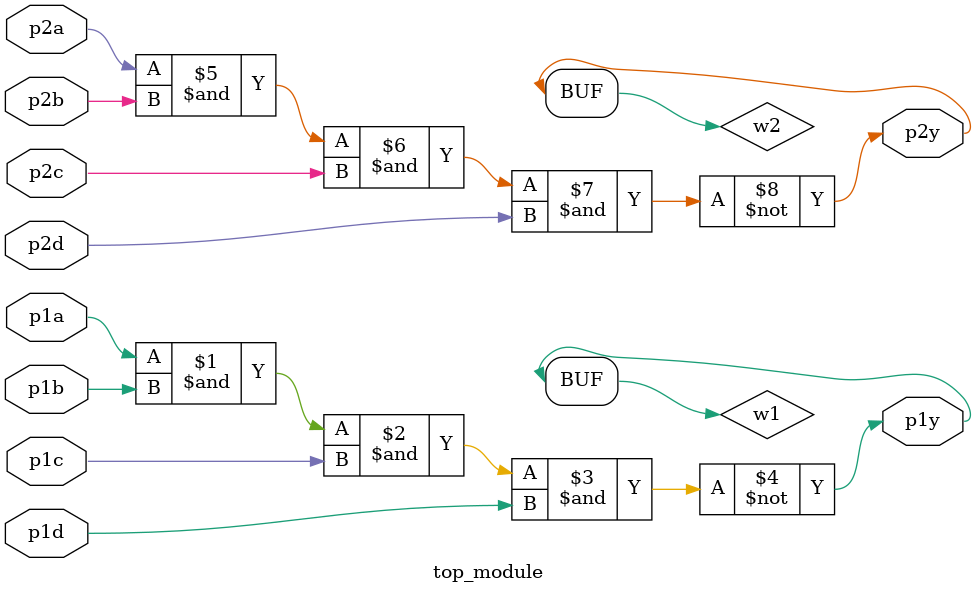
<source format=sv>
module top_module(
    input p1a, 
    input p1b, 
    input p1c, 
    input p1d, 
    output p1y, 
    input p2a, 
    input p2b, 
    input p2c, 
    input p2d, 
    output p2y
);

    // Define internal signals
    wire w1, w2;
    
    // Implement NAND gates
    assign w1 = ~(p1a & p1b & p1c & p1d);
    assign w2 = ~(p2a & p2b & p2c & p2d);
    
    // Assign outputs
    assign p1y = w1;
    assign p2y = w2;

endmodule

</source>
